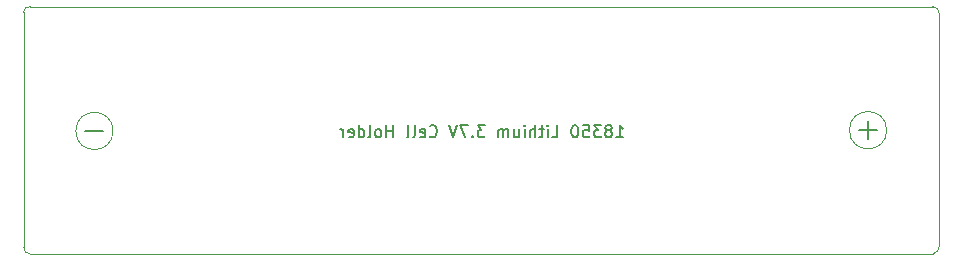
<source format=gbr>
%TF.GenerationSoftware,KiCad,Pcbnew,7.0.6-0*%
%TF.CreationDate,2023-12-30T16:30:28+00:00*%
%TF.ProjectId,smoke_extractorV1_1,736d6f6b-655f-4657-9874-726163746f72,rev?*%
%TF.SameCoordinates,Original*%
%TF.FileFunction,Legend,Bot*%
%TF.FilePolarity,Positive*%
%FSLAX46Y46*%
G04 Gerber Fmt 4.6, Leading zero omitted, Abs format (unit mm)*
G04 Created by KiCad (PCBNEW 7.0.6-0) date 2023-12-30 16:30:28*
%MOMM*%
%LPD*%
G01*
G04 APERTURE LIST*
%ADD10C,0.150000*%
%ADD11C,0.120000*%
G04 APERTURE END LIST*
D10*
X137391095Y-83900412D02*
X135867286Y-83900412D01*
X136629190Y-84662317D02*
X136629190Y-83138507D01*
X115329006Y-84480836D02*
X115900434Y-84480836D01*
X115614720Y-84480836D02*
X115614720Y-83480836D01*
X115614720Y-83480836D02*
X115709958Y-83623693D01*
X115709958Y-83623693D02*
X115805196Y-83718931D01*
X115805196Y-83718931D02*
X115900434Y-83766550D01*
X114757577Y-83909407D02*
X114852815Y-83861788D01*
X114852815Y-83861788D02*
X114900434Y-83814169D01*
X114900434Y-83814169D02*
X114948053Y-83718931D01*
X114948053Y-83718931D02*
X114948053Y-83671312D01*
X114948053Y-83671312D02*
X114900434Y-83576074D01*
X114900434Y-83576074D02*
X114852815Y-83528455D01*
X114852815Y-83528455D02*
X114757577Y-83480836D01*
X114757577Y-83480836D02*
X114567101Y-83480836D01*
X114567101Y-83480836D02*
X114471863Y-83528455D01*
X114471863Y-83528455D02*
X114424244Y-83576074D01*
X114424244Y-83576074D02*
X114376625Y-83671312D01*
X114376625Y-83671312D02*
X114376625Y-83718931D01*
X114376625Y-83718931D02*
X114424244Y-83814169D01*
X114424244Y-83814169D02*
X114471863Y-83861788D01*
X114471863Y-83861788D02*
X114567101Y-83909407D01*
X114567101Y-83909407D02*
X114757577Y-83909407D01*
X114757577Y-83909407D02*
X114852815Y-83957026D01*
X114852815Y-83957026D02*
X114900434Y-84004645D01*
X114900434Y-84004645D02*
X114948053Y-84099883D01*
X114948053Y-84099883D02*
X114948053Y-84290359D01*
X114948053Y-84290359D02*
X114900434Y-84385597D01*
X114900434Y-84385597D02*
X114852815Y-84433217D01*
X114852815Y-84433217D02*
X114757577Y-84480836D01*
X114757577Y-84480836D02*
X114567101Y-84480836D01*
X114567101Y-84480836D02*
X114471863Y-84433217D01*
X114471863Y-84433217D02*
X114424244Y-84385597D01*
X114424244Y-84385597D02*
X114376625Y-84290359D01*
X114376625Y-84290359D02*
X114376625Y-84099883D01*
X114376625Y-84099883D02*
X114424244Y-84004645D01*
X114424244Y-84004645D02*
X114471863Y-83957026D01*
X114471863Y-83957026D02*
X114567101Y-83909407D01*
X114043291Y-83480836D02*
X113424244Y-83480836D01*
X113424244Y-83480836D02*
X113757577Y-83861788D01*
X113757577Y-83861788D02*
X113614720Y-83861788D01*
X113614720Y-83861788D02*
X113519482Y-83909407D01*
X113519482Y-83909407D02*
X113471863Y-83957026D01*
X113471863Y-83957026D02*
X113424244Y-84052264D01*
X113424244Y-84052264D02*
X113424244Y-84290359D01*
X113424244Y-84290359D02*
X113471863Y-84385597D01*
X113471863Y-84385597D02*
X113519482Y-84433217D01*
X113519482Y-84433217D02*
X113614720Y-84480836D01*
X113614720Y-84480836D02*
X113900434Y-84480836D01*
X113900434Y-84480836D02*
X113995672Y-84433217D01*
X113995672Y-84433217D02*
X114043291Y-84385597D01*
X112519482Y-83480836D02*
X112995672Y-83480836D01*
X112995672Y-83480836D02*
X113043291Y-83957026D01*
X113043291Y-83957026D02*
X112995672Y-83909407D01*
X112995672Y-83909407D02*
X112900434Y-83861788D01*
X112900434Y-83861788D02*
X112662339Y-83861788D01*
X112662339Y-83861788D02*
X112567101Y-83909407D01*
X112567101Y-83909407D02*
X112519482Y-83957026D01*
X112519482Y-83957026D02*
X112471863Y-84052264D01*
X112471863Y-84052264D02*
X112471863Y-84290359D01*
X112471863Y-84290359D02*
X112519482Y-84385597D01*
X112519482Y-84385597D02*
X112567101Y-84433217D01*
X112567101Y-84433217D02*
X112662339Y-84480836D01*
X112662339Y-84480836D02*
X112900434Y-84480836D01*
X112900434Y-84480836D02*
X112995672Y-84433217D01*
X112995672Y-84433217D02*
X113043291Y-84385597D01*
X111852815Y-83480836D02*
X111757577Y-83480836D01*
X111757577Y-83480836D02*
X111662339Y-83528455D01*
X111662339Y-83528455D02*
X111614720Y-83576074D01*
X111614720Y-83576074D02*
X111567101Y-83671312D01*
X111567101Y-83671312D02*
X111519482Y-83861788D01*
X111519482Y-83861788D02*
X111519482Y-84099883D01*
X111519482Y-84099883D02*
X111567101Y-84290359D01*
X111567101Y-84290359D02*
X111614720Y-84385597D01*
X111614720Y-84385597D02*
X111662339Y-84433217D01*
X111662339Y-84433217D02*
X111757577Y-84480836D01*
X111757577Y-84480836D02*
X111852815Y-84480836D01*
X111852815Y-84480836D02*
X111948053Y-84433217D01*
X111948053Y-84433217D02*
X111995672Y-84385597D01*
X111995672Y-84385597D02*
X112043291Y-84290359D01*
X112043291Y-84290359D02*
X112090910Y-84099883D01*
X112090910Y-84099883D02*
X112090910Y-83861788D01*
X112090910Y-83861788D02*
X112043291Y-83671312D01*
X112043291Y-83671312D02*
X111995672Y-83576074D01*
X111995672Y-83576074D02*
X111948053Y-83528455D01*
X111948053Y-83528455D02*
X111852815Y-83480836D01*
X109852815Y-84480836D02*
X110329005Y-84480836D01*
X110329005Y-84480836D02*
X110329005Y-83480836D01*
X109519481Y-84480836D02*
X109519481Y-83814169D01*
X109519481Y-83480836D02*
X109567100Y-83528455D01*
X109567100Y-83528455D02*
X109519481Y-83576074D01*
X109519481Y-83576074D02*
X109471862Y-83528455D01*
X109471862Y-83528455D02*
X109519481Y-83480836D01*
X109519481Y-83480836D02*
X109519481Y-83576074D01*
X109186148Y-83814169D02*
X108805196Y-83814169D01*
X109043291Y-83480836D02*
X109043291Y-84337978D01*
X109043291Y-84337978D02*
X108995672Y-84433217D01*
X108995672Y-84433217D02*
X108900434Y-84480836D01*
X108900434Y-84480836D02*
X108805196Y-84480836D01*
X108471862Y-84480836D02*
X108471862Y-83480836D01*
X108043291Y-84480836D02*
X108043291Y-83957026D01*
X108043291Y-83957026D02*
X108090910Y-83861788D01*
X108090910Y-83861788D02*
X108186148Y-83814169D01*
X108186148Y-83814169D02*
X108329005Y-83814169D01*
X108329005Y-83814169D02*
X108424243Y-83861788D01*
X108424243Y-83861788D02*
X108471862Y-83909407D01*
X107567100Y-84480836D02*
X107567100Y-83814169D01*
X107567100Y-83480836D02*
X107614719Y-83528455D01*
X107614719Y-83528455D02*
X107567100Y-83576074D01*
X107567100Y-83576074D02*
X107519481Y-83528455D01*
X107519481Y-83528455D02*
X107567100Y-83480836D01*
X107567100Y-83480836D02*
X107567100Y-83576074D01*
X106662339Y-83814169D02*
X106662339Y-84480836D01*
X107090910Y-83814169D02*
X107090910Y-84337978D01*
X107090910Y-84337978D02*
X107043291Y-84433217D01*
X107043291Y-84433217D02*
X106948053Y-84480836D01*
X106948053Y-84480836D02*
X106805196Y-84480836D01*
X106805196Y-84480836D02*
X106709958Y-84433217D01*
X106709958Y-84433217D02*
X106662339Y-84385597D01*
X106186148Y-84480836D02*
X106186148Y-83814169D01*
X106186148Y-83909407D02*
X106138529Y-83861788D01*
X106138529Y-83861788D02*
X106043291Y-83814169D01*
X106043291Y-83814169D02*
X105900434Y-83814169D01*
X105900434Y-83814169D02*
X105805196Y-83861788D01*
X105805196Y-83861788D02*
X105757577Y-83957026D01*
X105757577Y-83957026D02*
X105757577Y-84480836D01*
X105757577Y-83957026D02*
X105709958Y-83861788D01*
X105709958Y-83861788D02*
X105614720Y-83814169D01*
X105614720Y-83814169D02*
X105471863Y-83814169D01*
X105471863Y-83814169D02*
X105376624Y-83861788D01*
X105376624Y-83861788D02*
X105329005Y-83957026D01*
X105329005Y-83957026D02*
X105329005Y-84480836D01*
X104186148Y-83480836D02*
X103567101Y-83480836D01*
X103567101Y-83480836D02*
X103900434Y-83861788D01*
X103900434Y-83861788D02*
X103757577Y-83861788D01*
X103757577Y-83861788D02*
X103662339Y-83909407D01*
X103662339Y-83909407D02*
X103614720Y-83957026D01*
X103614720Y-83957026D02*
X103567101Y-84052264D01*
X103567101Y-84052264D02*
X103567101Y-84290359D01*
X103567101Y-84290359D02*
X103614720Y-84385597D01*
X103614720Y-84385597D02*
X103662339Y-84433217D01*
X103662339Y-84433217D02*
X103757577Y-84480836D01*
X103757577Y-84480836D02*
X104043291Y-84480836D01*
X104043291Y-84480836D02*
X104138529Y-84433217D01*
X104138529Y-84433217D02*
X104186148Y-84385597D01*
X103138529Y-84385597D02*
X103090910Y-84433217D01*
X103090910Y-84433217D02*
X103138529Y-84480836D01*
X103138529Y-84480836D02*
X103186148Y-84433217D01*
X103186148Y-84433217D02*
X103138529Y-84385597D01*
X103138529Y-84385597D02*
X103138529Y-84480836D01*
X102757577Y-83480836D02*
X102090911Y-83480836D01*
X102090911Y-83480836D02*
X102519482Y-84480836D01*
X101852815Y-83480836D02*
X101519482Y-84480836D01*
X101519482Y-84480836D02*
X101186149Y-83480836D01*
X99519482Y-84385597D02*
X99567101Y-84433217D01*
X99567101Y-84433217D02*
X99709958Y-84480836D01*
X99709958Y-84480836D02*
X99805196Y-84480836D01*
X99805196Y-84480836D02*
X99948053Y-84433217D01*
X99948053Y-84433217D02*
X100043291Y-84337978D01*
X100043291Y-84337978D02*
X100090910Y-84242740D01*
X100090910Y-84242740D02*
X100138529Y-84052264D01*
X100138529Y-84052264D02*
X100138529Y-83909407D01*
X100138529Y-83909407D02*
X100090910Y-83718931D01*
X100090910Y-83718931D02*
X100043291Y-83623693D01*
X100043291Y-83623693D02*
X99948053Y-83528455D01*
X99948053Y-83528455D02*
X99805196Y-83480836D01*
X99805196Y-83480836D02*
X99709958Y-83480836D01*
X99709958Y-83480836D02*
X99567101Y-83528455D01*
X99567101Y-83528455D02*
X99519482Y-83576074D01*
X98709958Y-84433217D02*
X98805196Y-84480836D01*
X98805196Y-84480836D02*
X98995672Y-84480836D01*
X98995672Y-84480836D02*
X99090910Y-84433217D01*
X99090910Y-84433217D02*
X99138529Y-84337978D01*
X99138529Y-84337978D02*
X99138529Y-83957026D01*
X99138529Y-83957026D02*
X99090910Y-83861788D01*
X99090910Y-83861788D02*
X98995672Y-83814169D01*
X98995672Y-83814169D02*
X98805196Y-83814169D01*
X98805196Y-83814169D02*
X98709958Y-83861788D01*
X98709958Y-83861788D02*
X98662339Y-83957026D01*
X98662339Y-83957026D02*
X98662339Y-84052264D01*
X98662339Y-84052264D02*
X99138529Y-84147502D01*
X98090910Y-84480836D02*
X98186148Y-84433217D01*
X98186148Y-84433217D02*
X98233767Y-84337978D01*
X98233767Y-84337978D02*
X98233767Y-83480836D01*
X97567100Y-84480836D02*
X97662338Y-84433217D01*
X97662338Y-84433217D02*
X97709957Y-84337978D01*
X97709957Y-84337978D02*
X97709957Y-83480836D01*
X96424242Y-84480836D02*
X96424242Y-83480836D01*
X96424242Y-83957026D02*
X95852814Y-83957026D01*
X95852814Y-84480836D02*
X95852814Y-83480836D01*
X95233766Y-84480836D02*
X95329004Y-84433217D01*
X95329004Y-84433217D02*
X95376623Y-84385597D01*
X95376623Y-84385597D02*
X95424242Y-84290359D01*
X95424242Y-84290359D02*
X95424242Y-84004645D01*
X95424242Y-84004645D02*
X95376623Y-83909407D01*
X95376623Y-83909407D02*
X95329004Y-83861788D01*
X95329004Y-83861788D02*
X95233766Y-83814169D01*
X95233766Y-83814169D02*
X95090909Y-83814169D01*
X95090909Y-83814169D02*
X94995671Y-83861788D01*
X94995671Y-83861788D02*
X94948052Y-83909407D01*
X94948052Y-83909407D02*
X94900433Y-84004645D01*
X94900433Y-84004645D02*
X94900433Y-84290359D01*
X94900433Y-84290359D02*
X94948052Y-84385597D01*
X94948052Y-84385597D02*
X94995671Y-84433217D01*
X94995671Y-84433217D02*
X95090909Y-84480836D01*
X95090909Y-84480836D02*
X95233766Y-84480836D01*
X94329004Y-84480836D02*
X94424242Y-84433217D01*
X94424242Y-84433217D02*
X94471861Y-84337978D01*
X94471861Y-84337978D02*
X94471861Y-83480836D01*
X93519480Y-84480836D02*
X93519480Y-83480836D01*
X93519480Y-84433217D02*
X93614718Y-84480836D01*
X93614718Y-84480836D02*
X93805194Y-84480836D01*
X93805194Y-84480836D02*
X93900432Y-84433217D01*
X93900432Y-84433217D02*
X93948051Y-84385597D01*
X93948051Y-84385597D02*
X93995670Y-84290359D01*
X93995670Y-84290359D02*
X93995670Y-84004645D01*
X93995670Y-84004645D02*
X93948051Y-83909407D01*
X93948051Y-83909407D02*
X93900432Y-83861788D01*
X93900432Y-83861788D02*
X93805194Y-83814169D01*
X93805194Y-83814169D02*
X93614718Y-83814169D01*
X93614718Y-83814169D02*
X93519480Y-83861788D01*
X92662337Y-84433217D02*
X92757575Y-84480836D01*
X92757575Y-84480836D02*
X92948051Y-84480836D01*
X92948051Y-84480836D02*
X93043289Y-84433217D01*
X93043289Y-84433217D02*
X93090908Y-84337978D01*
X93090908Y-84337978D02*
X93090908Y-83957026D01*
X93090908Y-83957026D02*
X93043289Y-83861788D01*
X93043289Y-83861788D02*
X92948051Y-83814169D01*
X92948051Y-83814169D02*
X92757575Y-83814169D01*
X92757575Y-83814169D02*
X92662337Y-83861788D01*
X92662337Y-83861788D02*
X92614718Y-83957026D01*
X92614718Y-83957026D02*
X92614718Y-84052264D01*
X92614718Y-84052264D02*
X93090908Y-84147502D01*
X92186146Y-84480836D02*
X92186146Y-83814169D01*
X92186146Y-84004645D02*
X92138527Y-83909407D01*
X92138527Y-83909407D02*
X92090908Y-83861788D01*
X92090908Y-83861788D02*
X91995670Y-83814169D01*
X91995670Y-83814169D02*
X91900432Y-83814169D01*
X71891095Y-83931550D02*
X70367286Y-83931550D01*
D11*
%TO.C,U6*%
X142659144Y-74014926D02*
X142662697Y-93674672D01*
X142112697Y-94379570D02*
X65686962Y-94376017D01*
X142109144Y-73426010D02*
X65686962Y-73426010D01*
X65148053Y-83926017D02*
X65136962Y-73897671D01*
X65136962Y-93826017D02*
X65148053Y-83926017D01*
X142112697Y-94379570D02*
G75*
G03*
X142662697Y-93674672I-148674J683022D01*
G01*
X142659143Y-74014926D02*
G75*
G03*
X142109144Y-73426011I-590291J1D01*
G01*
X65136953Y-93826017D02*
G75*
G03*
X65686962Y-94376017I550000J0D01*
G01*
X65686963Y-73426005D02*
G75*
G03*
X65136962Y-73897671I-72760J-471662D01*
G01*
X138210330Y-83894879D02*
G75*
G03*
X138210330Y-83894879I-1581139J0D01*
G01*
X72710330Y-83958001D02*
G75*
G03*
X72710330Y-83958001I-1581139J0D01*
G01*
%TD*%
M02*

</source>
